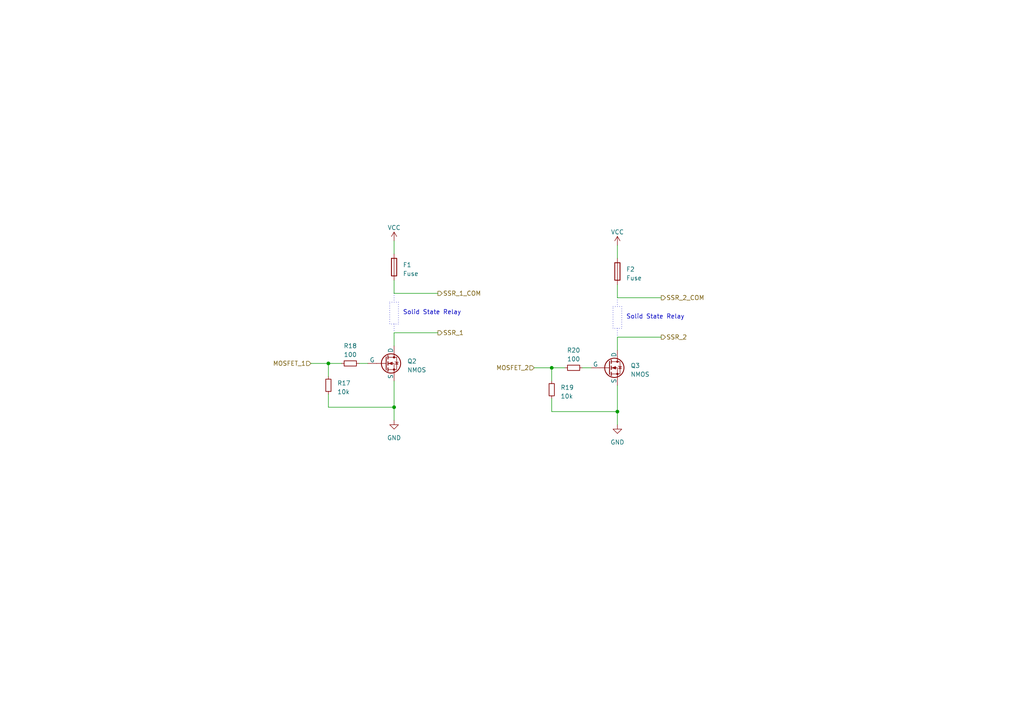
<source format=kicad_sch>
(kicad_sch (version 20230121) (generator eeschema)
  (paper "A4")
  (lib_symbols
    (symbol "Device:Fuse" (pin_numbers hide) (pin_names (offset 0))
      (property "Reference" "F" (at 2.032 0 90))
      (property "Value" "Fuse" (at -1.905 0 90))
      (symbol "Fuse_0_1"
        (rectangle (start -0.762 -2.54) (end 0.762 2.54) (stroke (width 0.254)))
        (polyline (pts (xy 0 2.54) (xy 0 -2.54)))
      )
      (symbol "Fuse_1_1"
        (pin passive line (at 0 3.81 270) (length 1.27) (name "~") (number "1"))
        (pin passive line (at 0 -3.81 90) (length 1.27) (name "~") (number "2"))
      )
    )
    (symbol "Device:R_Small" (pin_numbers hide) (pin_names (offset 0.254) hide)
      (property "Reference" "R" (at 0.762 0.508 0))
      (property "Value" "R_Small" (at 0.762 -1.016 0))
      (symbol "R_Small_0_1"
        (rectangle (start -0.762 1.778) (end 0.762 -1.778) (stroke (width 0.2032)))
      )
      (symbol "R_Small_1_1"
        (pin passive line (at 0 2.54 270) (length 0.762) (name "~") (number "1"))
        (pin passive line (at 0 -2.54 90) (length 0.762) (name "~") (number "2"))
      )
    )
    (symbol "PCM_4ms_Power-symbol:GND" (power) (pin_names (offset 0))
      (property "Value" "GND" (at 0 -3.81 0))
      (symbol "GND_0_1"
        (polyline (pts (xy 0 0) (xy 0 -1.27) (xy 1.27 -1.27) (xy 0 -2.54) (xy -1.27 -1.27) (xy 0 -1.27)))
      )
      (symbol "GND_1_1"
        (pin power_in line (at 0 0 270) (length 0) hide (name "GND") (number "1"))
      )
    )
    (symbol "Simulation_SPICE:NMOS" (pin_numbers hide) (pin_names (offset 0))
      (property "Reference" "Q" (at 5.08 1.27 0))
      (property "Value" "NMOS" (at 5.08 -1.27 0))
      (symbol "NMOS_0_1"
        (polyline (pts (xy 0.254 0) (xy -2.54 0)))
        (polyline (pts (xy 0.254 1.905) (xy 0.254 -1.905)) (stroke (width 0.254)))
        (polyline (pts (xy 0.762 -1.27) (xy 0.762 -2.286)) (stroke (width 0.254)))
        (polyline (pts (xy 0.762 0.508) (xy 0.762 -0.508)) (stroke (width 0.254)))
        (polyline (pts (xy 0.762 2.286) (xy 0.762 1.27)) (stroke (width 0.254)))
        (polyline (pts (xy 2.54 2.54) (xy 2.54 1.778)))
        (polyline (pts (xy 2.54 -2.54) (xy 2.54 0) (xy 0.762 0)))
        (polyline (pts (xy 0.762 -1.778) (xy 3.302 -1.778) (xy 3.302 1.778) (xy 0.762 1.778)))
        (polyline (pts (xy 1.016 0) (xy 2.032 0.381) (xy 2.032 -0.381) (xy 1.016 0)) (fill (type outline)))
        (polyline (pts (xy 2.794 0.508) (xy 2.921 0.381) (xy 3.683 0.381) (xy 3.81 0.254)))
        (polyline (pts (xy 3.302 0.381) (xy 2.921 -0.254) (xy 3.683 -0.254) (xy 3.302 0.381)))
        (circle (center 1.651 0) (radius 2.794) (stroke (width 0.254)))
        (circle (center 2.54 -1.778) (radius 0.254) (fill (type outline)))
        (circle (center 2.54 1.778) (radius 0.254) (fill (type outline)))
      )
      (symbol "NMOS_1_1"
        (pin passive line (at 2.54 5.08 270) (length 2.54) (name "D") (number "1"))
        (pin input line (at -5.08 0 0) (length 2.54) (name "G") (number "2"))
        (pin passive line (at 2.54 -5.08 90) (length 2.54) (name "S") (number "3"))
      )
    )
    (symbol "power:VCC" (power) (pin_names (offset 0))
      (property "Value" "VCC" (at 0 3.81 0))
      (symbol "VCC_0_1"
        (polyline (pts (xy -0.762 1.27) (xy 0 2.54)))
        (polyline (pts (xy 0 0) (xy 0 2.54)))
        (polyline (pts (xy 0 2.54) (xy 0.762 1.27)))
      )
      (symbol "VCC_1_1"
        (pin power_in line (at 0 0 90) (length 0) hide (name "VCC") (number "1"))
      )
    )
  )
  (junction (at 95.25 105.41))
  (junction (at 179.07 119.38))
  (junction (at 160.02 106.68))
  (junction (at 114.3 118.11))
  (wire (pts (xy 114.3 118.11) (xy 95.25 118.11)))
  (wire (pts (xy 160.02 106.68) (xy 163.83 106.68)))
  (wire (pts (xy 90.17 105.41) (xy 95.25 105.41)))
  (wire (pts (xy 127 85.09) (xy 114.3 85.09)))
  (wire (pts (xy 114.3 69.85) (xy 114.3 73.66)))
  (wire (pts (xy 179.07 111.76) (xy 179.07 119.38)))
  (polyline (pts (xy 179.07 95.25) (xy 179.07 97.79)) (stroke (width 0) (type dot)))
  (wire (pts (xy 160.02 115.57) (xy 160.02 119.38)))
  (wire (pts (xy 179.07 123.19) (xy 179.07 119.38)))
  (wire (pts (xy 114.3 81.28) (xy 114.3 85.09)))
  (polyline (pts (xy 114.3 85.09) (xy 114.3 87.63)) (stroke (width 0) (type dot)))
  (wire (pts (xy 95.25 105.41) (xy 99.06 105.41)))
  (wire (pts (xy 179.07 71.12) (xy 179.07 74.93)))
  (wire (pts (xy 95.25 114.3) (xy 95.25 118.11)))
  (wire (pts (xy 191.77 97.79) (xy 179.07 97.79)))
  (polyline (pts (xy 179.07 86.36) (xy 179.07 88.9)) (stroke (width 0) (type dot)))
  (wire (pts (xy 114.3 121.92) (xy 114.3 118.11)))
  (wire (pts (xy 114.3 100.33) (xy 114.3 96.52)))
  (wire (pts (xy 127 96.52) (xy 114.3 96.52)))
  (wire (pts (xy 160.02 110.49) (xy 160.02 106.68)))
  (wire (pts (xy 154.94 106.68) (xy 160.02 106.68)))
  (wire (pts (xy 95.25 109.22) (xy 95.25 105.41)))
  (wire (pts (xy 104.14 105.41) (xy 106.68 105.41)))
  (wire (pts (xy 114.3 110.49) (xy 114.3 118.11)))
  (wire (pts (xy 191.77 86.36) (xy 179.07 86.36)))
  (wire (pts (xy 179.07 101.6) (xy 179.07 97.79)))
  (wire (pts (xy 168.91 106.68) (xy 171.45 106.68)))
  (polyline (pts (xy 114.3 93.98) (xy 114.3 96.52)) (stroke (width 0) (type dot)))
  (wire (pts (xy 179.07 82.55) (xy 179.07 86.36)))
  (wire (pts (xy 179.07 119.38) (xy 160.02 119.38)))
  (rectangle (start 113.03 87.63) (end 115.57 93.98) (stroke (width 0) (type dot)))
  (rectangle (start 177.8 88.9) (end 180.34 95.25) (stroke (width 0) (type dot)))
  (text "Solid State Relay " (at 116.84 91.44 0) (effects (font (size 1.27 1.27)) (justify left bottom)))
  (text "Solid State Relay " (at 181.61 92.71 0) (effects (font (size 1.27 1.27)) (justify left bottom)))
  (hierarchical_label "MOSFET_1" (shape input) (at 90.17 105.41 180))
  (hierarchical_label "MOSFET_2" (shape input) (at 154.94 106.68 180))
  (hierarchical_label "SSR_1" (shape output) (at 127 96.52 0))
  (hierarchical_label "SSR_1_COM" (shape output) (at 127 85.09 0))
  (hierarchical_label "SSR_2" (shape output) (at 191.77 97.79 0))
  (hierarchical_label "SSR_2_COM" (shape output) (at 191.77 86.36 0))
  (symbol (lib_id "PCM_4ms_Power-symbol:GND") (at 114.3 121.92 0) (unit 1)
    (property "Reference" "#PWR044" (effects hide))
    (property "Value" "GND" (at 114.3 127 0))
  )
  (symbol (lib_id "Device:R_Small") (at 101.6 105.41 90) (unit 1)
    (property "Reference" "R18" (at 101.6 100.33 90))
    (property "Value" "100" (at 101.6 102.87 90))
  )
  (symbol (lib_id "PCM_4ms_Power-symbol:GND") (at 179.07 123.19 0) (unit 1)
    (property "Reference" "#PWR046" (effects hide))
    (property "Value" "GND" (at 179.07 128.27 0))
  )
  (symbol (lib_id "Device:R_Small") (at 166.37 106.68 90) (unit 1)
    (property "Reference" "R20" (at 166.37 101.6 90))
    (property "Value" "100" (at 166.37 104.14 90))
  )
  (symbol (lib_id "Device:Fuse") (at 114.3 77.47 0) (unit 1)
    (property "Reference" "F1" (at 116.84 76.835 0) (effects (justify left)))
    (property "Value" "Fuse" (at 116.84 79.375 0) (effects (justify left)))
  )
  (symbol (lib_id "Simulation_SPICE:NMOS") (at 176.53 106.68 0) (unit 1)
    (property "Reference" "Q3" (at 182.88 106.045 0) (effects (justify left)))
    (property "Value" "NMOS" (at 182.88 108.585 0) (effects (justify left)))
    (property "Datasheet" "https://ngspice.sourceforge.io/docs/ngspice-manual.pdf" (effects hide))
    (property "Sim.Device" "NMOS" (effects hide))
    (property "Sim.Type" "VDMOS" (effects hide))
    (property "Sim.Pins" "1=D 2=G 3=S" (effects hide))
  )
  (symbol (lib_id "power:VCC") (at 114.3 69.85 0) (unit 1)
    (property "Reference" "#PWR043" (effects hide))
    (property "Value" "VCC" (at 114.3 66.04 0))
  )
  (symbol (lib_id "Device:R_Small") (at 160.02 113.03 0) (unit 1)
    (property "Reference" "R19" (at 162.56 112.395 0) (effects (justify left)))
    (property "Value" "10k" (at 162.56 114.935 0) (effects (justify left)))
  )
  (symbol (lib_id "Device:Fuse") (at 179.07 78.74 0) (unit 1)
    (property "Reference" "F2" (at 181.61 78.105 0) (effects (justify left)))
    (property "Value" "Fuse" (at 181.61 80.645 0) (effects (justify left)))
  )
  (symbol (lib_id "power:VCC") (at 179.07 71.12 0) (unit 1)
    (property "Reference" "#PWR045" (effects hide))
    (property "Value" "VCC" (at 179.07 67.31 0))
  )
  (symbol (lib_id "Simulation_SPICE:NMOS") (at 111.76 105.41 0) (unit 1)
    (property "Reference" "Q2" (at 118.11 104.775 0) (effects (justify left)))
    (property "Value" "NMOS" (at 118.11 107.315 0) (effects (justify left)))
    (property "Datasheet" "https://ngspice.sourceforge.io/docs/ngspice-manual.pdf" (effects hide))
    (property "Sim.Device" "NMOS" (effects hide))
    (property "Sim.Type" "VDMOS" (effects hide))
    (property "Sim.Pins" "1=D 2=G 3=S" (effects hide))
  )
  (symbol (lib_id "Device:R_Small") (at 95.25 111.76 0) (unit 1)
    (property "Reference" "R17" (at 97.79 111.125 0) (effects (justify left)))
    (property "Value" "10k" (at 97.79 113.665 0) (effects (justify left)))
  )
)
</source>
